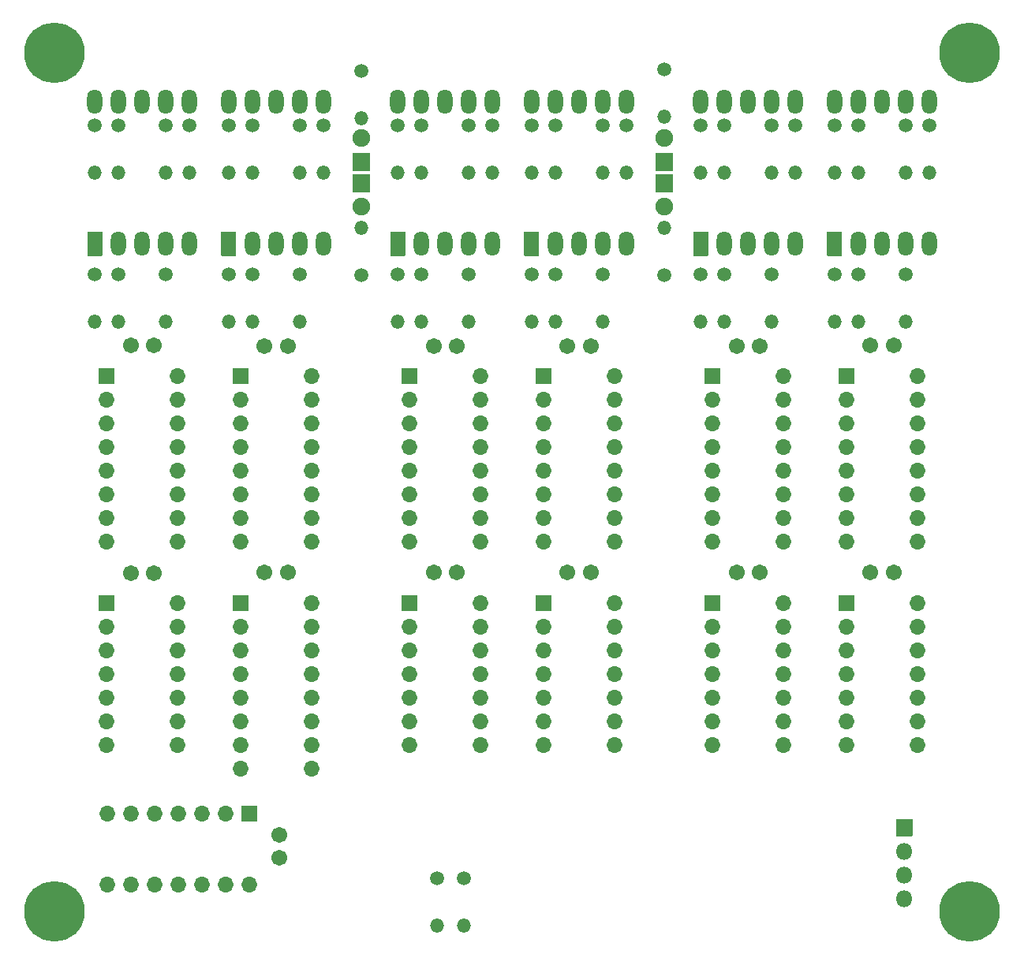
<source format=gbr>
G04 #@! TF.GenerationSoftware,KiCad,Pcbnew,(5.1.8)-1*
G04 #@! TF.CreationDate,2021-01-31T20:23:03-05:00*
G04 #@! TF.ProjectId,TTL_Logic_Clock_revA,54544c5f-4c6f-4676-9963-5f436c6f636b,rev?*
G04 #@! TF.SameCoordinates,Original*
G04 #@! TF.FileFunction,Soldermask,Top*
G04 #@! TF.FilePolarity,Negative*
%FSLAX46Y46*%
G04 Gerber Fmt 4.6, Leading zero omitted, Abs format (unit mm)*
G04 Created by KiCad (PCBNEW (5.1.8)-1) date 2021-01-31 20:23:03*
%MOMM*%
%LPD*%
G01*
G04 APERTURE LIST*
%ADD10O,1.502000X1.502000*%
%ADD11C,1.502000*%
%ADD12O,1.702000X1.702000*%
%ADD13O,1.802000X1.802000*%
%ADD14C,6.502000*%
%ADD15C,1.902000*%
%ADD16C,1.702000*%
%ADD17O,1.626000X2.626000*%
G04 APERTURE END LIST*
D10*
X104394000Y-128651000D03*
D11*
X104394000Y-123571000D03*
D10*
X101473000Y-128651000D03*
D11*
X101473000Y-123571000D03*
D12*
X153045000Y-93980000D03*
X145425000Y-109220000D03*
X153045000Y-96520000D03*
X145425000Y-106680000D03*
X153045000Y-99060000D03*
X145425000Y-104140000D03*
X153045000Y-101600000D03*
X145425000Y-101600000D03*
X153045000Y-104140000D03*
X145425000Y-99060000D03*
X153045000Y-106680000D03*
X145425000Y-96520000D03*
X153045000Y-109220000D03*
G36*
G01*
X144574000Y-94780000D02*
X144574000Y-93180000D01*
G75*
G02*
X144625000Y-93129000I51000J0D01*
G01*
X146225000Y-93129000D01*
G75*
G02*
X146276000Y-93180000I0J-51000D01*
G01*
X146276000Y-94780000D01*
G75*
G02*
X146225000Y-94831000I-51000J0D01*
G01*
X144625000Y-94831000D01*
G75*
G02*
X144574000Y-94780000I0J51000D01*
G01*
G37*
X138694000Y-93980000D03*
X131074000Y-109220000D03*
X138694000Y-96520000D03*
X131074000Y-106680000D03*
X138694000Y-99060000D03*
X131074000Y-104140000D03*
X138694000Y-101600000D03*
X131074000Y-101600000D03*
X138694000Y-104140000D03*
X131074000Y-99060000D03*
X138694000Y-106680000D03*
X131074000Y-96520000D03*
X138694000Y-109220000D03*
G36*
G01*
X130223000Y-94780000D02*
X130223000Y-93180000D01*
G75*
G02*
X130274000Y-93129000I51000J0D01*
G01*
X131874000Y-93129000D01*
G75*
G02*
X131925000Y-93180000I0J-51000D01*
G01*
X131925000Y-94780000D01*
G75*
G02*
X131874000Y-94831000I-51000J0D01*
G01*
X130274000Y-94831000D01*
G75*
G02*
X130223000Y-94780000I0J51000D01*
G01*
G37*
G36*
G01*
X112062000Y-94780000D02*
X112062000Y-93180000D01*
G75*
G02*
X112113000Y-93129000I51000J0D01*
G01*
X113713000Y-93129000D01*
G75*
G02*
X113764000Y-93180000I0J-51000D01*
G01*
X113764000Y-94780000D01*
G75*
G02*
X113713000Y-94831000I-51000J0D01*
G01*
X112113000Y-94831000D01*
G75*
G02*
X112062000Y-94780000I0J51000D01*
G01*
G37*
X120533000Y-109220000D03*
X112913000Y-96520000D03*
X120533000Y-106680000D03*
X112913000Y-99060000D03*
X120533000Y-104140000D03*
X112913000Y-101600000D03*
X120533000Y-101600000D03*
X112913000Y-104140000D03*
X120533000Y-99060000D03*
X112913000Y-106680000D03*
X120533000Y-96520000D03*
X112913000Y-109220000D03*
X120533000Y-93980000D03*
X153045000Y-69596000D03*
X145425000Y-87376000D03*
X153045000Y-72136000D03*
X145425000Y-84836000D03*
X153045000Y-74676000D03*
X145425000Y-82296000D03*
X153045000Y-77216000D03*
X145425000Y-79756000D03*
X153045000Y-79756000D03*
X145425000Y-77216000D03*
X153045000Y-82296000D03*
X145425000Y-74676000D03*
X153045000Y-84836000D03*
X145425000Y-72136000D03*
X153045000Y-87376000D03*
G36*
G01*
X144574000Y-70396000D02*
X144574000Y-68796000D01*
G75*
G02*
X144625000Y-68745000I51000J0D01*
G01*
X146225000Y-68745000D01*
G75*
G02*
X146276000Y-68796000I0J-51000D01*
G01*
X146276000Y-70396000D01*
G75*
G02*
X146225000Y-70447000I-51000J0D01*
G01*
X144625000Y-70447000D01*
G75*
G02*
X144574000Y-70396000I0J51000D01*
G01*
G37*
X138694000Y-69596000D03*
X131074000Y-87376000D03*
X138694000Y-72136000D03*
X131074000Y-84836000D03*
X138694000Y-74676000D03*
X131074000Y-82296000D03*
X138694000Y-77216000D03*
X131074000Y-79756000D03*
X138694000Y-79756000D03*
X131074000Y-77216000D03*
X138694000Y-82296000D03*
X131074000Y-74676000D03*
X138694000Y-84836000D03*
X131074000Y-72136000D03*
X138694000Y-87376000D03*
G36*
G01*
X130223000Y-70396000D02*
X130223000Y-68796000D01*
G75*
G02*
X130274000Y-68745000I51000J0D01*
G01*
X131874000Y-68745000D01*
G75*
G02*
X131925000Y-68796000I0J-51000D01*
G01*
X131925000Y-70396000D01*
G75*
G02*
X131874000Y-70447000I-51000J0D01*
G01*
X130274000Y-70447000D01*
G75*
G02*
X130223000Y-70396000I0J51000D01*
G01*
G37*
X120533000Y-69596000D03*
X112913000Y-87376000D03*
X120533000Y-72136000D03*
X112913000Y-84836000D03*
X120533000Y-74676000D03*
X112913000Y-82296000D03*
X120533000Y-77216000D03*
X112913000Y-79756000D03*
X120533000Y-79756000D03*
X112913000Y-77216000D03*
X120533000Y-82296000D03*
X112913000Y-74676000D03*
X120533000Y-84836000D03*
X112913000Y-72136000D03*
X120533000Y-87376000D03*
G36*
G01*
X112062000Y-70396000D02*
X112062000Y-68796000D01*
G75*
G02*
X112113000Y-68745000I51000J0D01*
G01*
X113713000Y-68745000D01*
G75*
G02*
X113764000Y-68796000I0J-51000D01*
G01*
X113764000Y-70396000D01*
G75*
G02*
X113713000Y-70447000I-51000J0D01*
G01*
X112113000Y-70447000D01*
G75*
G02*
X112062000Y-70396000I0J51000D01*
G01*
G37*
G36*
G01*
X97711000Y-70396000D02*
X97711000Y-68796000D01*
G75*
G02*
X97762000Y-68745000I51000J0D01*
G01*
X99362000Y-68745000D01*
G75*
G02*
X99413000Y-68796000I0J-51000D01*
G01*
X99413000Y-70396000D01*
G75*
G02*
X99362000Y-70447000I-51000J0D01*
G01*
X97762000Y-70447000D01*
G75*
G02*
X97711000Y-70396000I0J51000D01*
G01*
G37*
X106182000Y-87376000D03*
X98562000Y-72136000D03*
X106182000Y-84836000D03*
X98562000Y-74676000D03*
X106182000Y-82296000D03*
X98562000Y-77216000D03*
X106182000Y-79756000D03*
X98562000Y-79756000D03*
X106182000Y-77216000D03*
X98562000Y-82296000D03*
X106182000Y-74676000D03*
X98562000Y-84836000D03*
X106182000Y-72136000D03*
X98562000Y-87376000D03*
X106182000Y-69596000D03*
G36*
G01*
X79550000Y-94780000D02*
X79550000Y-93180000D01*
G75*
G02*
X79601000Y-93129000I51000J0D01*
G01*
X81201000Y-93129000D01*
G75*
G02*
X81252000Y-93180000I0J-51000D01*
G01*
X81252000Y-94780000D01*
G75*
G02*
X81201000Y-94831000I-51000J0D01*
G01*
X79601000Y-94831000D01*
G75*
G02*
X79550000Y-94780000I0J51000D01*
G01*
G37*
X88021000Y-111760000D03*
X80401000Y-96520000D03*
X88021000Y-109220000D03*
X80401000Y-99060000D03*
X88021000Y-106680000D03*
X80401000Y-101600000D03*
X88021000Y-104140000D03*
X80401000Y-104140000D03*
X88021000Y-101600000D03*
X80401000Y-106680000D03*
X88021000Y-99060000D03*
X80401000Y-109220000D03*
X88021000Y-96520000D03*
X80401000Y-111760000D03*
X88021000Y-93980000D03*
X88021000Y-69596000D03*
X80401000Y-87376000D03*
X88021000Y-72136000D03*
X80401000Y-84836000D03*
X88021000Y-74676000D03*
X80401000Y-82296000D03*
X88021000Y-77216000D03*
X80401000Y-79756000D03*
X88021000Y-79756000D03*
X80401000Y-77216000D03*
X88021000Y-82296000D03*
X80401000Y-74676000D03*
X88021000Y-84836000D03*
X80401000Y-72136000D03*
X88021000Y-87376000D03*
G36*
G01*
X79550000Y-70396000D02*
X79550000Y-68796000D01*
G75*
G02*
X79601000Y-68745000I51000J0D01*
G01*
X81201000Y-68745000D01*
G75*
G02*
X81252000Y-68796000I0J-51000D01*
G01*
X81252000Y-70396000D01*
G75*
G02*
X81201000Y-70447000I-51000J0D01*
G01*
X79601000Y-70447000D01*
G75*
G02*
X79550000Y-70396000I0J51000D01*
G01*
G37*
X73670000Y-69596000D03*
X66050000Y-87376000D03*
X73670000Y-72136000D03*
X66050000Y-84836000D03*
X73670000Y-74676000D03*
X66050000Y-82296000D03*
X73670000Y-77216000D03*
X66050000Y-79756000D03*
X73670000Y-79756000D03*
X66050000Y-77216000D03*
X73670000Y-82296000D03*
X66050000Y-74676000D03*
X73670000Y-84836000D03*
X66050000Y-72136000D03*
X73670000Y-87376000D03*
G36*
G01*
X65199000Y-70396000D02*
X65199000Y-68796000D01*
G75*
G02*
X65250000Y-68745000I51000J0D01*
G01*
X66850000Y-68745000D01*
G75*
G02*
X66901000Y-68796000I0J-51000D01*
G01*
X66901000Y-70396000D01*
G75*
G02*
X66850000Y-70447000I-51000J0D01*
G01*
X65250000Y-70447000D01*
G75*
G02*
X65199000Y-70396000I0J51000D01*
G01*
G37*
X106182000Y-93980000D03*
X98562000Y-109220000D03*
X106182000Y-96520000D03*
X98562000Y-106680000D03*
X106182000Y-99060000D03*
X98562000Y-104140000D03*
X106182000Y-101600000D03*
X98562000Y-101600000D03*
X106182000Y-104140000D03*
X98562000Y-99060000D03*
X106182000Y-106680000D03*
X98562000Y-96520000D03*
X106182000Y-109220000D03*
G36*
G01*
X97711000Y-94780000D02*
X97711000Y-93180000D01*
G75*
G02*
X97762000Y-93129000I51000J0D01*
G01*
X99362000Y-93129000D01*
G75*
G02*
X99413000Y-93180000I0J-51000D01*
G01*
X99413000Y-94780000D01*
G75*
G02*
X99362000Y-94831000I-51000J0D01*
G01*
X97762000Y-94831000D01*
G75*
G02*
X97711000Y-94780000I0J51000D01*
G01*
G37*
G36*
G01*
X80550000Y-115735000D02*
X82150000Y-115735000D01*
G75*
G02*
X82201000Y-115786000I0J-51000D01*
G01*
X82201000Y-117386000D01*
G75*
G02*
X82150000Y-117437000I-51000J0D01*
G01*
X80550000Y-117437000D01*
G75*
G02*
X80499000Y-117386000I0J51000D01*
G01*
X80499000Y-115786000D01*
G75*
G02*
X80550000Y-115735000I51000J0D01*
G01*
G37*
X66110000Y-124206000D03*
X78810000Y-116586000D03*
X68650000Y-124206000D03*
X76270000Y-116586000D03*
X71190000Y-124206000D03*
X73730000Y-116586000D03*
X73730000Y-124206000D03*
X71190000Y-116586000D03*
X76270000Y-124206000D03*
X68650000Y-116586000D03*
X78810000Y-124206000D03*
X66110000Y-116586000D03*
X81350000Y-124206000D03*
G36*
G01*
X65199000Y-94780000D02*
X65199000Y-93180000D01*
G75*
G02*
X65250000Y-93129000I51000J0D01*
G01*
X66850000Y-93129000D01*
G75*
G02*
X66901000Y-93180000I0J-51000D01*
G01*
X66901000Y-94780000D01*
G75*
G02*
X66850000Y-94831000I-51000J0D01*
G01*
X65250000Y-94831000D01*
G75*
G02*
X65199000Y-94780000I0J51000D01*
G01*
G37*
X73670000Y-109220000D03*
X66050000Y-96520000D03*
X73670000Y-106680000D03*
X66050000Y-99060000D03*
X73670000Y-104140000D03*
X66050000Y-101600000D03*
X73670000Y-101600000D03*
X66050000Y-104140000D03*
X73670000Y-99060000D03*
X66050000Y-106680000D03*
X73670000Y-96520000D03*
X66050000Y-109220000D03*
X73670000Y-93980000D03*
D10*
X125857000Y-53721000D03*
D11*
X125857000Y-58801000D03*
D10*
X125857000Y-41783000D03*
D11*
X125857000Y-36703000D03*
D10*
X93345000Y-53721000D03*
D11*
X93345000Y-58801000D03*
D10*
X93345000Y-41910000D03*
D11*
X93345000Y-36830000D03*
D10*
X144145000Y-47752000D03*
D11*
X144145000Y-42672000D03*
D10*
X146685000Y-47752000D03*
D11*
X146685000Y-42672000D03*
D10*
X144145000Y-63754000D03*
D11*
X144145000Y-58674000D03*
D10*
X146685000Y-63754000D03*
D11*
X146685000Y-58674000D03*
D10*
X151765000Y-63754000D03*
D11*
X151765000Y-58674000D03*
D10*
X154305000Y-47752000D03*
D11*
X154305000Y-42672000D03*
D10*
X151765000Y-47752000D03*
D11*
X151765000Y-42672000D03*
D10*
X129794000Y-47752000D03*
D11*
X129794000Y-42672000D03*
D10*
X132334000Y-47752000D03*
D11*
X132334000Y-42672000D03*
D10*
X129794000Y-63754000D03*
D11*
X129794000Y-58674000D03*
D10*
X132334000Y-63754000D03*
D11*
X132334000Y-58674000D03*
D10*
X137414000Y-63754000D03*
D11*
X137414000Y-58674000D03*
D10*
X139954000Y-47752000D03*
D11*
X139954000Y-42672000D03*
D10*
X137414000Y-47752000D03*
D11*
X137414000Y-42672000D03*
D10*
X111633000Y-47752000D03*
D11*
X111633000Y-42672000D03*
D10*
X114173000Y-47752000D03*
D11*
X114173000Y-42672000D03*
X111633000Y-58674000D03*
D10*
X111633000Y-63754000D03*
D11*
X114173000Y-58674000D03*
D10*
X114173000Y-63754000D03*
D11*
X119253000Y-58674000D03*
D10*
X119253000Y-63754000D03*
X121793000Y-47752000D03*
D11*
X121793000Y-42672000D03*
D10*
X119253000Y-47752000D03*
D11*
X119253000Y-42672000D03*
D10*
X97282000Y-47752000D03*
D11*
X97282000Y-42672000D03*
D10*
X99822000Y-47752000D03*
D11*
X99822000Y-42672000D03*
D10*
X97282000Y-63754000D03*
D11*
X97282000Y-58674000D03*
D10*
X99822000Y-63754000D03*
D11*
X99822000Y-58674000D03*
D10*
X104902000Y-63754000D03*
D11*
X104902000Y-58674000D03*
D10*
X107442000Y-47752000D03*
D11*
X107442000Y-42672000D03*
D10*
X104902000Y-47752000D03*
D11*
X104902000Y-42672000D03*
D10*
X79121000Y-47752000D03*
D11*
X79121000Y-42672000D03*
D10*
X81661000Y-47752000D03*
D11*
X81661000Y-42672000D03*
D10*
X79121000Y-63754000D03*
D11*
X79121000Y-58674000D03*
D10*
X81661000Y-63754000D03*
D11*
X81661000Y-58674000D03*
D10*
X86741000Y-63754000D03*
D11*
X86741000Y-58674000D03*
D10*
X89281000Y-47752000D03*
D11*
X89281000Y-42672000D03*
D10*
X86741000Y-47752000D03*
D11*
X86741000Y-42672000D03*
D10*
X64770000Y-47752000D03*
D11*
X64770000Y-42672000D03*
D10*
X67310000Y-47752000D03*
D11*
X67310000Y-42672000D03*
X64770000Y-58674000D03*
D10*
X64770000Y-63754000D03*
D11*
X67310000Y-58674000D03*
D10*
X67310000Y-63754000D03*
D11*
X72390000Y-58674000D03*
D10*
X72390000Y-63754000D03*
X74930000Y-47752000D03*
D11*
X74930000Y-42672000D03*
D10*
X72390000Y-47752000D03*
D11*
X72390000Y-42672000D03*
D13*
X151638000Y-125730000D03*
X151638000Y-123190000D03*
X151638000Y-120650000D03*
G36*
G01*
X150737000Y-118960000D02*
X150737000Y-117260000D01*
G75*
G02*
X150788000Y-117209000I51000J0D01*
G01*
X152488000Y-117209000D01*
G75*
G02*
X152539000Y-117260000I0J-51000D01*
G01*
X152539000Y-118960000D01*
G75*
G02*
X152488000Y-119011000I-51000J0D01*
G01*
X150788000Y-119011000D01*
G75*
G02*
X150737000Y-118960000I0J51000D01*
G01*
G37*
D14*
X158623000Y-127127000D03*
X60452000Y-127127000D03*
X158623000Y-34925000D03*
X60452000Y-34925000D03*
G36*
G01*
X124957000Y-47944000D02*
X126757000Y-47944000D01*
G75*
G02*
X126808000Y-47995000I0J-51000D01*
G01*
X126808000Y-49795000D01*
G75*
G02*
X126757000Y-49846000I-51000J0D01*
G01*
X124957000Y-49846000D01*
G75*
G02*
X124906000Y-49795000I0J51000D01*
G01*
X124906000Y-47995000D01*
G75*
G02*
X124957000Y-47944000I51000J0D01*
G01*
G37*
D15*
X125857000Y-51435000D03*
X125857000Y-44069000D03*
G36*
G01*
X126757000Y-47560000D02*
X124957000Y-47560000D01*
G75*
G02*
X124906000Y-47509000I0J51000D01*
G01*
X124906000Y-45709000D01*
G75*
G02*
X124957000Y-45658000I51000J0D01*
G01*
X126757000Y-45658000D01*
G75*
G02*
X126808000Y-45709000I0J-51000D01*
G01*
X126808000Y-47509000D01*
G75*
G02*
X126757000Y-47560000I-51000J0D01*
G01*
G37*
X93345000Y-51435000D03*
G36*
G01*
X92445000Y-47944000D02*
X94245000Y-47944000D01*
G75*
G02*
X94296000Y-47995000I0J-51000D01*
G01*
X94296000Y-49795000D01*
G75*
G02*
X94245000Y-49846000I-51000J0D01*
G01*
X92445000Y-49846000D01*
G75*
G02*
X92394000Y-49795000I0J51000D01*
G01*
X92394000Y-47995000D01*
G75*
G02*
X92445000Y-47944000I51000J0D01*
G01*
G37*
G36*
G01*
X94245000Y-47560000D02*
X92445000Y-47560000D01*
G75*
G02*
X92394000Y-47509000I0J51000D01*
G01*
X92394000Y-45709000D01*
G75*
G02*
X92445000Y-45658000I51000J0D01*
G01*
X94245000Y-45658000D01*
G75*
G02*
X94296000Y-45709000I0J-51000D01*
G01*
X94296000Y-47509000D01*
G75*
G02*
X94245000Y-47560000I-51000J0D01*
G01*
G37*
X93345000Y-44069000D03*
D16*
X147975000Y-66294000D03*
X150475000Y-66294000D03*
X133624000Y-66357500D03*
X136124000Y-66357500D03*
X115463000Y-66357500D03*
X117963000Y-66357500D03*
X101112000Y-66421000D03*
X103612000Y-66421000D03*
X82951000Y-90678000D03*
X85451000Y-90678000D03*
X82951000Y-66421000D03*
X85451000Y-66421000D03*
X68600000Y-66294000D03*
X71100000Y-66294000D03*
X103612000Y-90678000D03*
X101112000Y-90678000D03*
X150475000Y-90678000D03*
X147975000Y-90678000D03*
X136124000Y-90678000D03*
X133624000Y-90678000D03*
X115463000Y-90678000D03*
X117963000Y-90678000D03*
X84582000Y-118872000D03*
X84582000Y-121372000D03*
X71100000Y-90805000D03*
X68600000Y-90805000D03*
G36*
G01*
X128981000Y-56646700D02*
X128981000Y-54122700D01*
G75*
G02*
X129032000Y-54071700I51000J0D01*
G01*
X130556000Y-54071700D01*
G75*
G02*
X130607000Y-54122700I0J-51000D01*
G01*
X130607000Y-56646700D01*
G75*
G02*
X130556000Y-56697700I-51000J0D01*
G01*
X129032000Y-56697700D01*
G75*
G02*
X128981000Y-56646700I0J51000D01*
G01*
G37*
D17*
X132334000Y-55384700D03*
X134874000Y-55384700D03*
X137414000Y-55384700D03*
X139954000Y-55384700D03*
X139954000Y-40144700D03*
X137414000Y-40144700D03*
X134874000Y-40144700D03*
X132334000Y-40144700D03*
X129794000Y-40144700D03*
G36*
G01*
X110820000Y-56646700D02*
X110820000Y-54122700D01*
G75*
G02*
X110871000Y-54071700I51000J0D01*
G01*
X112395000Y-54071700D01*
G75*
G02*
X112446000Y-54122700I0J-51000D01*
G01*
X112446000Y-56646700D01*
G75*
G02*
X112395000Y-56697700I-51000J0D01*
G01*
X110871000Y-56697700D01*
G75*
G02*
X110820000Y-56646700I0J51000D01*
G01*
G37*
X114173000Y-55384700D03*
X116713000Y-55384700D03*
X119253000Y-55384700D03*
X121793000Y-55384700D03*
X121793000Y-40144700D03*
X119253000Y-40144700D03*
X116713000Y-40144700D03*
X114173000Y-40144700D03*
X111633000Y-40144700D03*
G36*
G01*
X96469000Y-56646700D02*
X96469000Y-54122700D01*
G75*
G02*
X96520000Y-54071700I51000J0D01*
G01*
X98044000Y-54071700D01*
G75*
G02*
X98095000Y-54122700I0J-51000D01*
G01*
X98095000Y-56646700D01*
G75*
G02*
X98044000Y-56697700I-51000J0D01*
G01*
X96520000Y-56697700D01*
G75*
G02*
X96469000Y-56646700I0J51000D01*
G01*
G37*
X99822000Y-55384700D03*
X102362000Y-55384700D03*
X104902000Y-55384700D03*
X107442000Y-55384700D03*
X107442000Y-40144700D03*
X104902000Y-40144700D03*
X102362000Y-40144700D03*
X99822000Y-40144700D03*
X97282000Y-40144700D03*
G36*
G01*
X78308000Y-56646700D02*
X78308000Y-54122700D01*
G75*
G02*
X78359000Y-54071700I51000J0D01*
G01*
X79883000Y-54071700D01*
G75*
G02*
X79934000Y-54122700I0J-51000D01*
G01*
X79934000Y-56646700D01*
G75*
G02*
X79883000Y-56697700I-51000J0D01*
G01*
X78359000Y-56697700D01*
G75*
G02*
X78308000Y-56646700I0J51000D01*
G01*
G37*
X81661000Y-55384700D03*
X84201000Y-55384700D03*
X86741000Y-55384700D03*
X89281000Y-55384700D03*
X89281000Y-40144700D03*
X86741000Y-40144700D03*
X84201000Y-40144700D03*
X81661000Y-40144700D03*
X79121000Y-40144700D03*
G36*
G01*
X63957000Y-56646700D02*
X63957000Y-54122700D01*
G75*
G02*
X64008000Y-54071700I51000J0D01*
G01*
X65532000Y-54071700D01*
G75*
G02*
X65583000Y-54122700I0J-51000D01*
G01*
X65583000Y-56646700D01*
G75*
G02*
X65532000Y-56697700I-51000J0D01*
G01*
X64008000Y-56697700D01*
G75*
G02*
X63957000Y-56646700I0J51000D01*
G01*
G37*
X67310000Y-55384700D03*
X69850000Y-55384700D03*
X72390000Y-55384700D03*
X74930000Y-55384700D03*
X74930000Y-40144700D03*
X72390000Y-40144700D03*
X69850000Y-40144700D03*
X67310000Y-40144700D03*
X64770000Y-40144700D03*
G36*
G01*
X143332000Y-56646700D02*
X143332000Y-54122700D01*
G75*
G02*
X143383000Y-54071700I51000J0D01*
G01*
X144907000Y-54071700D01*
G75*
G02*
X144958000Y-54122700I0J-51000D01*
G01*
X144958000Y-56646700D01*
G75*
G02*
X144907000Y-56697700I-51000J0D01*
G01*
X143383000Y-56697700D01*
G75*
G02*
X143332000Y-56646700I0J51000D01*
G01*
G37*
X146685000Y-55384700D03*
X149225000Y-55384700D03*
X151765000Y-55384700D03*
X154305000Y-55384700D03*
X154305000Y-40144700D03*
X151765000Y-40144700D03*
X149225000Y-40144700D03*
X146685000Y-40144700D03*
X144145000Y-40144700D03*
M02*

</source>
